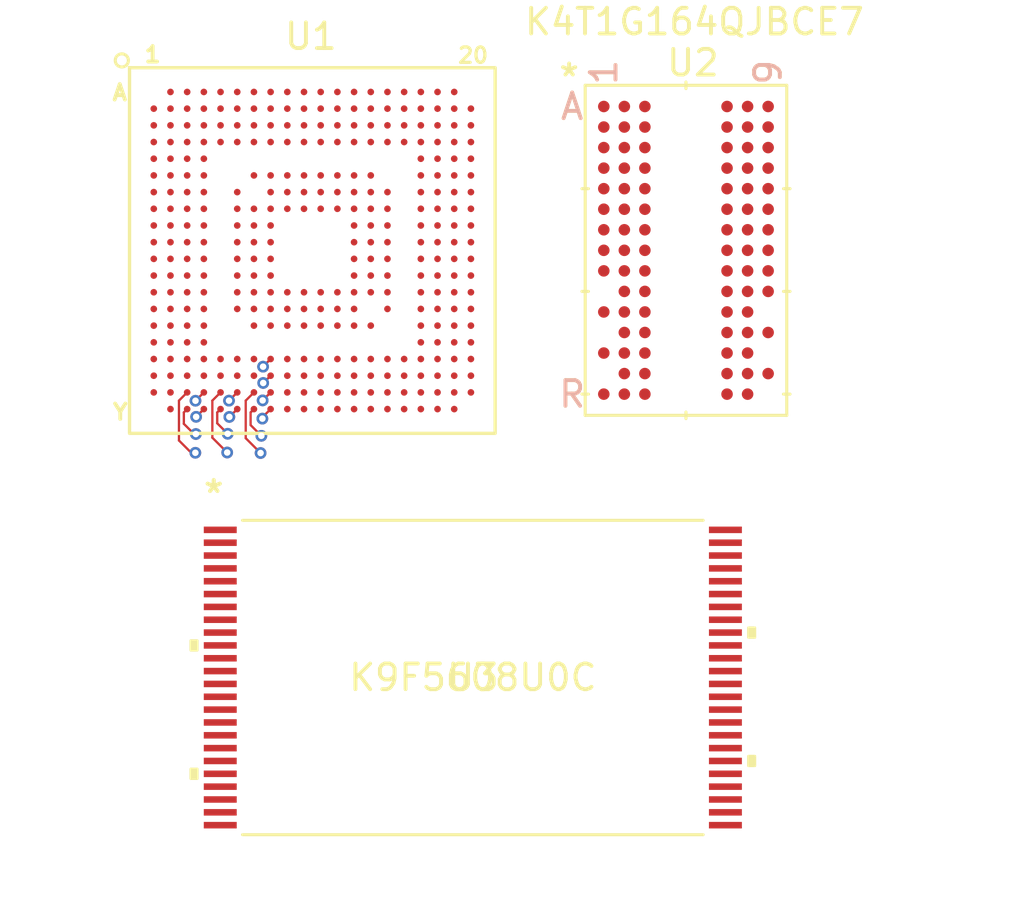
<source format=kicad_pcb>
(kicad_pcb (version 20221018) (generator pcbnew)
  (layers (0 "F.Cu" signal) (31 "B.Cu" signal) (34 "B.Paste" user) (35 "F.Paste" user) (36 "B.SilkS" user "B.Silkscreen") (37 "F.SilkS" user "F.Silkscreen") (38 "B.Mask" user) (39 "F.Mask" user) (44 "Edge.Cuts" user))
  (net 0 "")
  (net 260 "unconnected-(U1-PadU8)")
  (net 280 "unconnected-(U1-PadV8)")
  (net 295 "unconnected-(U1-PadW3)")
  (net 296 "unconnected-(U1-PadW4)")
  (net 297 "unconnected-(U1-PadW5)")
  (net 298 "unconnected-(U1-PadW6)")
  (net 299 "unconnected-(U1-PadW7)")
  (net 300 "unconnected-(U1-PadW8)")
  (net 314 "unconnected-(U1-PadY3)")
  (net 315 "unconnected-(U1-PadY4)")
  (net 316 "unconnected-(U1-PadY5)")
  (net 317 "unconnected-(U1-PadY6)")
  (net 318 "unconnected-(U1-PadY7)")
  (net 319 "unconnected-(U1-PadY8)")
  (footprint "jlywxy:K4T1G164QF-BCE7" (layer "F.Cu") (at 38.426136 24.045672)
    (fp_text reference "U2")
    (fp_text value "K4T1G164QJBCE7")
  )
  (footprint "jlywxy:s3c2416" (layer "F.Cu") (at 23.876 24.0538)
    (fp_text reference "U1")
    (fp_text value "s3c2416")
  )
  (footprint "jlywxy:M29W640FB70N6E" (layer "F.Cu") (at 30.126051 40.682164)
    (fp_text reference "U3")
    (fp_text value "K9F5608U0C")
  )
  (segment (start 21.96 28.5698) (end 21.96 28.579434) (width 0.0889) (layer "F.Cu") (net 260))
  (segment (start 22.251 28.2788) (end 21.96 28.5698) (width 0.0889) (layer "F.Cu") (net 260))
  (segment (start 21.96 28.579434) (end 21.957147 28.576581) (width 0.0889) (layer "F.Cu") (net 260))
  (via (at 21.957147 28.576581) (size 0.4572) (drill 0.254) (layers "F.Cu" "B.Cu") (net 260))
  (segment (start 22.251 28.9288) (end 21.9698 29.21) (width 0.0889) (layer "F.Cu") (net 280))
  (segment (start 21.9698 29.21) (end 21.960457 29.21) (width 0.0889) (layer "F.Cu") (net 280))
  (segment (start 21.960457 29.21) (end 21.962111 29.211654) (width 0.0889) (layer "F.Cu") (net 280))
  (via (at 21.962111 29.211654) (size 0.4572) (drill 0.254) (layers "F.Cu" "B.Cu") (net 280))
  (segment (start 18.6815 31.4515) (end 19.32 32.09) (width 0.0889) (layer "F.Cu") (net 295))
  (segment (start 18.6815 29.8983) (end 18.6815 31.4515) (width 0.0889) (layer "F.Cu") (net 295))
  (segment (start 19.32 32.09) (end 19.32 31.93) (width 0.0889) (layer "F.Cu") (net 295))
  (segment (start 19.001 29.5788) (end 18.6815 29.8983) (width 0.0889) (layer "F.Cu") (net 295))
  (via (at 19.32 31.93) (size 0.4572) (drill 0.254) (layers "F.Cu" "B.Cu") (net 295))
  (segment (start 19.325999 29.903801) (end 19.324702 29.903801) (width 0.0889) (layer "F.Cu") (net 296))
  (segment (start 19.651 29.5788) (end 19.325999 29.903801) (width 0.0889) (layer "F.Cu") (net 296))
  (segment (start 19.36 29.87) (end 19.358503 29.87) (width 0.0889) (layer "F.Cu") (net 296))
  (segment (start 19.358503 29.87) (end 19.324702 29.903801) (width 0.0889) (layer "F.Cu") (net 296))
  (via (at 19.324702 29.903801) (size 0.4572) (drill 0.254) (layers "F.Cu" "B.Cu") (net 296))
  (segment (start 20.301 29.5788) (end 19.9815 29.8983) (width 0.0889) (layer "F.Cu") (net 297))
  (segment (start 19.9815 31.3415) (end 20.56 31.92) (width 0.0889) (layer "F.Cu") (net 297))
  (segment (start 19.9815 29.8983) (end 19.9815 31.3415) (width 0.0889) (layer "F.Cu") (net 297))
  (via (at 20.56 31.92) (size 0.4572) (drill 0.254) (layers "F.Cu" "B.Cu") (net 297))
  (segment (start 20.63 29.8998) (end 20.63 29.9) (width 0.0889) (layer "F.Cu") (net 298))
  (segment (start 20.951 29.5788) (end 20.63 29.8998) (width 0.0889) (layer "F.Cu") (net 298))
  (via (at 20.63 29.9) (size 0.4572) (drill 0.254) (layers "F.Cu" "B.Cu") (net 298))
  (segment (start 21.601 29.5788) (end 21.2815 29.8983) (width 0.0889) (layer "F.Cu") (net 299))
  (segment (start 21.2815 31.3615) (end 21.86 31.94) (width 0.0889) (layer "F.Cu") (net 299))
  (segment (start 21.2815 29.8983) (end 21.2815 31.3615) (width 0.0889) (layer "F.Cu") (net 299))
  (via (at 21.86 31.94) (size 0.4572) (drill 0.254) (layers "F.Cu" "B.Cu") (net 299))
  (segment (start 21.94 29.8898) (end 21.94 29.89) (width 0.0889) (layer "F.Cu") (net 300))
  (segment (start 22.251 29.5788) (end 21.94 29.8898) (width 0.0889) (layer "F.Cu") (net 300))
  (via (at 21.94 29.89) (size 0.4572) (drill 0.254) (layers "F.Cu" "B.Cu") (net 300))
  (segment (start 19.001 30.2288) (end 18.872 30.3578) (width 0.0889) (layer "F.Cu") (net 314))
  (segment (start 19.25 31.18) (end 19.32 31.18) (width 0.0889) (layer "F.Cu") (net 314))
  (segment (start 18.872 30.3578) (end 18.872 30.802) (width 0.0889) (layer "F.Cu") (net 314))
  (segment (start 18.872 30.802) (end 19.25 31.18) (width 0.0889) (layer "F.Cu") (net 314))
  (segment (start 19.32 31.18) (end 19.34 31.2) (width 0.0889) (layer "F.Cu") (net 314))
  (via (at 19.34 31.2) (size 0.4572) (drill 0.254) (layers "F.Cu" "B.Cu") (net 314))
  (segment (start 19.35 30.53) (end 19.35 30.5298) (width 0.0889) (layer "F.Cu") (net 315))
  (segment (start 19.651 30.2288) (end 19.35 30.5298) (width 0.0889) (layer "F.Cu") (net 315))
  (via (at 19.35 30.5298) (size 0.4572) (drill 0.254) (layers "F.Cu" "B.Cu") (net 315))
  (segment (start 20.172 30.782) (end 20.58 31.19) (width 0.0889) (layer "F.Cu") (net 316))
  (segment (start 20.301 30.2288) (end 20.172 30.3578) (width 0.0889) (layer "F.Cu") (net 316))
  (segment (start 20.172 30.3578) (end 20.172 30.782) (width 0.0889) (layer "F.Cu") (net 316))
  (via (at 20.58 31.19) (size 0.4572) (drill 0.254) (layers "F.Cu" "B.Cu") (net 316))
  (segment (start 20.951 30.2288) (end 20.6498 30.53) (width 0.0889) (layer "F.Cu") (net 317))
  (segment (start 20.640435 30.53) (end 20.643905 30.53347) (width 0.0889) (layer "F.Cu") (net 317))
  (segment (start 20.6498 30.53) (end 20.640435 30.53) (width 0.0889) (layer "F.Cu") (net 317))
  (via (at 20.643905 30.53347) (size 0.4572) (drill 0.254) (layers "F.Cu" "B.Cu") (net 317))
  (segment (start 21.472 30.852) (end 21.89 31.27) (width 0.0889) (layer "F.Cu") (net 318))
  (segment (start 21.601 30.2288) (end 21.472 30.3578) (width 0.0889) (layer "F.Cu") (net 318))
  (segment (start 21.472 30.3578) (end 21.472 30.852) (width 0.0889) (layer "F.Cu") (net 318))
  (via (at 21.89 31.27) (size 0.4572) (drill 0.254) (layers "F.Cu" "B.Cu") (net 318))
  (segment (start 22.251 30.2288) (end 21.93 30.5498) (width 0.0889) (layer "F.Cu") (net 319))
  (segment (start 21.93 30.5498) (end 21.93 30.6) (width 0.0889) (layer "F.Cu") (net 319))
  (via (at 21.93 30.6) (size 0.4572) (drill 0.254) (layers "F.Cu" "B.Cu") (net 319))
)
</source>
